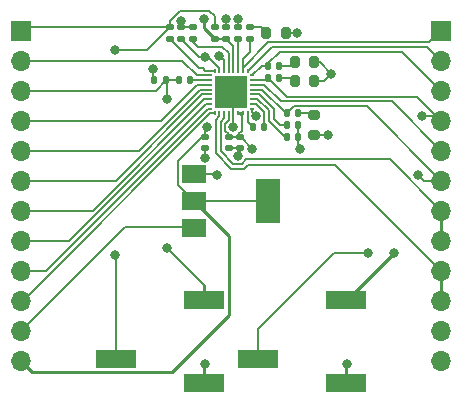
<source format=gbr>
%TF.GenerationSoftware,KiCad,Pcbnew,(6.0.0-0)*%
%TF.CreationDate,2022-08-17T21:30:04+02:00*%
%TF.ProjectId,wm8904_codec_breakout,776d3839-3034-45f6-936f-6465635f6272,rev?*%
%TF.SameCoordinates,Original*%
%TF.FileFunction,Copper,L1,Top*%
%TF.FilePolarity,Positive*%
%FSLAX46Y46*%
G04 Gerber Fmt 4.6, Leading zero omitted, Abs format (unit mm)*
G04 Created by KiCad (PCBNEW (6.0.0-0)) date 2022-08-17 21:30:04*
%MOMM*%
%LPD*%
G01*
G04 APERTURE LIST*
G04 Aperture macros list*
%AMRoundRect*
0 Rectangle with rounded corners*
0 $1 Rounding radius*
0 $2 $3 $4 $5 $6 $7 $8 $9 X,Y pos of 4 corners*
0 Add a 4 corners polygon primitive as box body*
4,1,4,$2,$3,$4,$5,$6,$7,$8,$9,$2,$3,0*
0 Add four circle primitives for the rounded corners*
1,1,$1+$1,$2,$3*
1,1,$1+$1,$4,$5*
1,1,$1+$1,$6,$7*
1,1,$1+$1,$8,$9*
0 Add four rect primitives between the rounded corners*
20,1,$1+$1,$2,$3,$4,$5,0*
20,1,$1+$1,$4,$5,$6,$7,0*
20,1,$1+$1,$6,$7,$8,$9,0*
20,1,$1+$1,$8,$9,$2,$3,0*%
G04 Aperture macros list end*
%TA.AperFunction,SMDPad,CuDef*%
%ADD10RoundRect,0.135000X-0.185000X0.135000X-0.185000X-0.135000X0.185000X-0.135000X0.185000X0.135000X0*%
%TD*%
%TA.AperFunction,SMDPad,CuDef*%
%ADD11RoundRect,0.140000X-0.140000X-0.170000X0.140000X-0.170000X0.140000X0.170000X-0.140000X0.170000X0*%
%TD*%
%TA.AperFunction,ComponentPad*%
%ADD12R,1.700000X1.700000*%
%TD*%
%TA.AperFunction,ComponentPad*%
%ADD13O,1.700000X1.700000*%
%TD*%
%TA.AperFunction,SMDPad,CuDef*%
%ADD14RoundRect,0.140000X0.170000X-0.140000X0.170000X0.140000X-0.170000X0.140000X-0.170000X-0.140000X0*%
%TD*%
%TA.AperFunction,SMDPad,CuDef*%
%ADD15RoundRect,0.135000X0.135000X0.185000X-0.135000X0.185000X-0.135000X-0.185000X0.135000X-0.185000X0*%
%TD*%
%TA.AperFunction,SMDPad,CuDef*%
%ADD16RoundRect,0.140000X0.140000X0.170000X-0.140000X0.170000X-0.140000X-0.170000X0.140000X-0.170000X0*%
%TD*%
%TA.AperFunction,SMDPad,CuDef*%
%ADD17R,3.500000X1.500000*%
%TD*%
%TA.AperFunction,SMDPad,CuDef*%
%ADD18RoundRect,0.140000X-0.170000X0.140000X-0.170000X-0.140000X0.170000X-0.140000X0.170000X0.140000X0*%
%TD*%
%TA.AperFunction,SMDPad,CuDef*%
%ADD19RoundRect,0.200000X-0.200000X-0.275000X0.200000X-0.275000X0.200000X0.275000X-0.200000X0.275000X0*%
%TD*%
%TA.AperFunction,SMDPad,CuDef*%
%ADD20O,0.200000X0.400000*%
%TD*%
%TA.AperFunction,SMDPad,CuDef*%
%ADD21O,0.400000X0.200000*%
%TD*%
%TA.AperFunction,SMDPad,CuDef*%
%ADD22R,2.700000X2.700000*%
%TD*%
%TA.AperFunction,SMDPad,CuDef*%
%ADD23R,2.000000X1.500000*%
%TD*%
%TA.AperFunction,SMDPad,CuDef*%
%ADD24R,2.000000X3.800000*%
%TD*%
%TA.AperFunction,SMDPad,CuDef*%
%ADD25RoundRect,0.200000X-0.275000X0.200000X-0.275000X-0.200000X0.275000X-0.200000X0.275000X0.200000X0*%
%TD*%
%TA.AperFunction,ViaPad*%
%ADD26C,0.800000*%
%TD*%
%TA.AperFunction,Conductor*%
%ADD27C,0.200000*%
%TD*%
%TA.AperFunction,Conductor*%
%ADD28C,0.250000*%
%TD*%
G04 APERTURE END LIST*
D10*
%TO.P,R205,1*%
%TO.N,IN2R*%
X148600000Y-67690000D03*
%TO.P,R205,2*%
%TO.N,/wm8904/MICBIAS*%
X148600000Y-68710000D03*
%TD*%
D11*
%TO.P,C208,1*%
%TO.N,HPOUTR*%
X153120000Y-72000000D03*
%TO.P,C208,2*%
%TO.N,Net-(C208-Pad2)*%
X154080000Y-72000000D03*
%TD*%
D12*
%TO.P,J101,1,Pin_1*%
%TO.N,IN2R*%
X132220000Y-67996000D03*
D13*
%TO.P,J101,2,Pin_2*%
%TO.N,IN1R{slash}DMICDAT2*%
X132220000Y-70536000D03*
%TO.P,J101,3,Pin_3*%
%TO.N,IN2L*%
X132220000Y-73076000D03*
%TO.P,J101,4,Pin_4*%
%TO.N,IN1L{slash}DMICDAT1*%
X132220000Y-75616000D03*
%TO.P,J101,5,Pin_5*%
%TO.N,MCLK*%
X132220000Y-78156000D03*
%TO.P,J101,6,Pin_6*%
%TO.N,BCLK{slash}GPIO4*%
X132220000Y-80696000D03*
%TO.P,J101,7,Pin_7*%
%TO.N,LRCLK*%
X132220000Y-83236000D03*
%TO.P,J101,8,Pin_8*%
%TO.N,ADCDAT*%
X132220000Y-85776000D03*
%TO.P,J101,9,Pin_9*%
%TO.N,DACDAT*%
X132220000Y-88316000D03*
%TO.P,J101,10,Pin_10*%
%TO.N,IRQ{slash}GPIO1*%
X132220000Y-90856000D03*
%TO.P,J101,11,Pin_11*%
%TO.N,VDD*%
X132220000Y-93396000D03*
%TO.P,J101,12,Pin_12*%
%TO.N,1V8*%
X132220000Y-95936000D03*
%TD*%
D14*
%TO.P,C202,1*%
%TO.N,GND*%
X147800000Y-77980000D03*
%TO.P,C202,2*%
%TO.N,1V8*%
X147800000Y-77020000D03*
%TD*%
D15*
%TO.P,R203,1*%
%TO.N,IN2L*%
X144510000Y-72200000D03*
%TO.P,R203,2*%
%TO.N,/wm8904/MICBIAS*%
X143490000Y-72200000D03*
%TD*%
D11*
%TO.P,C204,1*%
%TO.N,Net-(C204-Pad1)*%
X151870000Y-76200000D03*
%TO.P,C204,2*%
%TO.N,Net-(C204-Pad2)*%
X152830000Y-76200000D03*
%TD*%
D16*
%TO.P,C205,1*%
%TO.N,GND*%
X155680000Y-77000000D03*
%TO.P,C205,2*%
%TO.N,Net-(C205-Pad2)*%
X154720000Y-77000000D03*
%TD*%
D17*
%TO.P,J104,R*%
%TO.N,HPOUTR*%
X152250000Y-95800000D03*
%TO.P,J104,S*%
%TO.N,GND*%
X159750000Y-97800000D03*
%TO.P,J104,T*%
%TO.N,HPOUTL*%
X159750000Y-90800000D03*
%TD*%
D18*
%TO.P,C216,1*%
%TO.N,GND*%
X149600000Y-67720000D03*
%TO.P,C216,2*%
%TO.N,/wm8904/MICBIAS*%
X149600000Y-68680000D03*
%TD*%
%TO.P,C203,1*%
%TO.N,1V8*%
X150800000Y-77020000D03*
%TO.P,C203,2*%
%TO.N,GND*%
X150800000Y-77980000D03*
%TD*%
D19*
%TO.P,R202,1*%
%TO.N,Net-(C208-Pad2)*%
X155374792Y-72298290D03*
%TO.P,R202,2*%
%TO.N,GND*%
X157024792Y-72298290D03*
%TD*%
D18*
%TO.P,C214,1*%
%TO.N,GND*%
X146800000Y-67720000D03*
%TO.P,C214,2*%
%TO.N,Net-(C214-Pad2)*%
X146800000Y-68680000D03*
%TD*%
D14*
%TO.P,C201,1*%
%TO.N,GND*%
X149800000Y-77980000D03*
%TO.P,C201,2*%
%TO.N,1V8*%
X149800000Y-77020000D03*
%TD*%
D12*
%TO.P,J102,1,Pin_1*%
%TO.N,LINEOUTR*%
X167780000Y-67996000D03*
D13*
%TO.P,J102,2,Pin_2*%
%TO.N,LINEOUTFB*%
X167780000Y-70536000D03*
%TO.P,J102,3,Pin_3*%
%TO.N,LINEOUTL*%
X167780000Y-73076000D03*
%TO.P,J102,4,Pin_4*%
%TO.N,HPOUTR*%
X167780000Y-75616000D03*
%TO.P,J102,5,Pin_5*%
%TO.N,HPOUTFB*%
X167780000Y-78156000D03*
%TO.P,J102,6,Pin_6*%
%TO.N,HPOUTL*%
X167780000Y-80696000D03*
%TO.P,J102,7,Pin_7*%
%TO.N,SDA*%
X167780000Y-83236000D03*
%TO.P,J102,8,Pin_8*%
X167780000Y-85776000D03*
%TO.P,J102,9,Pin_9*%
%TO.N,SCLK*%
X167780000Y-88316000D03*
%TO.P,J102,10,Pin_10*%
X167780000Y-90856000D03*
%TO.P,J102,11,Pin_11*%
%TO.N,GND*%
X167780000Y-93396000D03*
%TO.P,J102,12,Pin_12*%
X167780000Y-95936000D03*
%TD*%
D20*
%TO.P,U201,1,IRQ/GPIO1*%
%TO.N,IRQ{slash}GPIO1*%
X148600000Y-75000000D03*
%TO.P,U201,2,SCLK*%
%TO.N,SCLK*%
X149000000Y-75000000D03*
%TO.P,U201,3,SDA*%
%TO.N,SDA*%
X149400000Y-75000000D03*
%TO.P,U201,4,DBVDD*%
%TO.N,1V8*%
X149800000Y-75000000D03*
%TO.P,U201,5,DGND*%
%TO.N,GND*%
X150200000Y-75000000D03*
%TO.P,U201,6,DCVDD*%
%TO.N,1V8*%
X150600000Y-75000000D03*
%TO.P,U201,7,CPVDD*%
X151000000Y-75000000D03*
%TO.P,U201,8,CPCA*%
%TO.N,Net-(C204-Pad1)*%
X151400000Y-75000000D03*
D21*
%TO.P,U201,9,CPGND*%
%TO.N,GND*%
X151800000Y-74600000D03*
%TO.P,U201,10,CPCB*%
%TO.N,Net-(C204-Pad2)*%
X151800000Y-74200000D03*
%TO.P,U201,11,CPVOUTP*%
%TO.N,Net-(C205-Pad2)*%
X151800000Y-73800000D03*
%TO.P,U201,12,CPVOUTN*%
%TO.N,Net-(C206-Pad2)*%
X151800000Y-73400000D03*
%TO.P,U201,13,HPOUTL*%
%TO.N,HPOUTL*%
X151800000Y-73000000D03*
%TO.P,U201,14,HPOUTFB*%
%TO.N,HPOUTFB*%
X151800000Y-72600000D03*
%TO.P,U201,15,HPOUTR*%
%TO.N,HPOUTR*%
X151800000Y-72200000D03*
%TO.P,U201,16,LINEOUTL*%
%TO.N,LINEOUTL*%
X151800000Y-71800000D03*
D20*
%TO.P,U201,17,LINEOUTFB*%
%TO.N,LINEOUTFB*%
X151400000Y-71400000D03*
%TO.P,U201,18,LINEOUTR*%
%TO.N,LINEOUTR*%
X151000000Y-71400000D03*
%TO.P,U201,19,MICVDD*%
%TO.N,/wm8904/MICVDD*%
X150600000Y-71400000D03*
%TO.P,U201,20,MICBIAS*%
%TO.N,/wm8904/MICBIAS*%
X150200000Y-71400000D03*
%TO.P,U201,21,VMIDC*%
%TO.N,Net-(C214-Pad2)*%
X149800000Y-71400000D03*
%TO.P,U201,22,AGND*%
%TO.N,GND*%
X149400000Y-71400000D03*
%TO.P,U201,23,AVDD*%
%TO.N,1V8*%
X149000000Y-71400000D03*
%TO.P,U201,24,INR2*%
%TO.N,Net-(C211-Pad2)*%
X148600000Y-71400000D03*
D21*
%TO.P,U201,25,IN1R/DMICDAT2*%
%TO.N,IN1R{slash}DMICDAT2*%
X148200000Y-71800000D03*
%TO.P,U201,26,IN2L*%
%TO.N,Net-(C209-Pad2)*%
X148200000Y-72200000D03*
%TO.P,U201,27,IN1L/DMICDAT1*%
%TO.N,IN1L{slash}DMICDAT1*%
X148200000Y-72600000D03*
%TO.P,U201,28,MCLK*%
%TO.N,MCLK*%
X148200000Y-73000000D03*
%TO.P,U201,29,BCLK/GPIO4*%
%TO.N,BCLK{slash}GPIO4*%
X148200000Y-73400000D03*
%TO.P,U201,30,LRCLK*%
%TO.N,LRCLK*%
X148200000Y-73800000D03*
%TO.P,U201,31,ADCDAT*%
%TO.N,ADCDAT*%
X148200000Y-74200000D03*
%TO.P,U201,32,DACDAT*%
%TO.N,DACDAT*%
X148200000Y-74600000D03*
D22*
%TO.P,U201,33,GND*%
%TO.N,GND*%
X150000000Y-73200000D03*
%TD*%
D11*
%TO.P,C207,1*%
%TO.N,HPOUTL*%
X154720000Y-75000000D03*
%TO.P,C207,2*%
%TO.N,Net-(C207-Pad2)*%
X155680000Y-75000000D03*
%TD*%
D23*
%TO.P,U101,1,GND*%
%TO.N,GND*%
X146850000Y-80100000D03*
%TO.P,U101,2,VO*%
%TO.N,1V8*%
X146850000Y-82400000D03*
D24*
X153150000Y-82400000D03*
D23*
%TO.P,U101,3,VI*%
%TO.N,VDD*%
X146850000Y-84700000D03*
%TD*%
D18*
%TO.P,C211,1*%
%TO.N,IN2R*%
X144800000Y-67720000D03*
%TO.P,C211,2*%
%TO.N,Net-(C211-Pad2)*%
X144800000Y-68680000D03*
%TD*%
D11*
%TO.P,C209,1*%
%TO.N,IN2L*%
X145600000Y-72200000D03*
%TO.P,C209,2*%
%TO.N,Net-(C209-Pad2)*%
X146560000Y-72200000D03*
%TD*%
D19*
%TO.P,R206,1*%
%TO.N,Net-(C213-Pad2)*%
X153000000Y-68200000D03*
%TO.P,R206,2*%
%TO.N,GND*%
X154650000Y-68200000D03*
%TD*%
D18*
%TO.P,C215,1*%
%TO.N,GND*%
X150600000Y-67720000D03*
%TO.P,C215,2*%
%TO.N,/wm8904/MICVDD*%
X150600000Y-68680000D03*
%TD*%
%TO.P,C212,1*%
%TO.N,GND*%
X145800000Y-67720000D03*
%TO.P,C212,2*%
%TO.N,1V8*%
X145800000Y-68680000D03*
%TD*%
D25*
%TO.P,R201,1*%
%TO.N,Net-(C207-Pad2)*%
X157000000Y-75175000D03*
%TO.P,R201,2*%
%TO.N,GND*%
X157000000Y-76825000D03*
%TD*%
D17*
%TO.P,J103,R*%
%TO.N,IN2R*%
X140250000Y-95800000D03*
%TO.P,J103,S*%
%TO.N,GND*%
X147750000Y-97800000D03*
%TO.P,J103,T*%
%TO.N,IN2L*%
X147750000Y-90800000D03*
%TD*%
D19*
%TO.P,R204,1*%
%TO.N,Net-(C210-Pad2)*%
X155374792Y-70698290D03*
%TO.P,R204,2*%
%TO.N,GND*%
X157024792Y-70698290D03*
%TD*%
D16*
%TO.P,C206,1*%
%TO.N,GND*%
X155680000Y-76000000D03*
%TO.P,C206,2*%
%TO.N,Net-(C206-Pad2)*%
X154720000Y-76000000D03*
%TD*%
D11*
%TO.P,C210,1*%
%TO.N,LINEOUTL*%
X153120000Y-71000000D03*
%TO.P,C210,2*%
%TO.N,Net-(C210-Pad2)*%
X154080000Y-71000000D03*
%TD*%
D14*
%TO.P,C213,1*%
%TO.N,LINEOUTR*%
X151625000Y-68680000D03*
%TO.P,C213,2*%
%TO.N,Net-(C213-Pad2)*%
X151625000Y-67720000D03*
%TD*%
D26*
%TO.N,GND*%
X150206939Y-76179485D03*
X152099500Y-75214997D03*
X150600000Y-67000000D03*
X158200000Y-76800000D03*
X147800000Y-78800000D03*
X147800000Y-96200000D03*
X149021201Y-70136395D03*
X149600000Y-67000000D03*
X159800000Y-96200000D03*
X150600000Y-78600000D03*
X145800000Y-67200000D03*
X155800000Y-78000000D03*
X155600000Y-68200000D03*
X158500000Y-71700000D03*
X148800000Y-80200000D03*
%TO.N,/wm8904/MICBIAS*%
X143400000Y-71235500D03*
X147709500Y-67000000D03*
%TO.N,1V8*%
X147800000Y-70200000D03*
X151800000Y-78000000D03*
X148000000Y-76200000D03*
%TO.N,HPOUTL*%
X165800000Y-80200000D03*
X163800000Y-86800000D03*
%TO.N,HPOUTR*%
X166200000Y-75200000D03*
X161600000Y-86800000D03*
%TO.N,IN2L*%
X144600000Y-73800000D03*
X144600000Y-86400000D03*
%TO.N,IN2R*%
X140200000Y-87000000D03*
X140200000Y-69600000D03*
%TD*%
D27*
%TO.N,Net-(C204-Pad1)*%
X151400000Y-75730000D02*
X151870000Y-76200000D01*
X151400000Y-75000000D02*
X151400000Y-75730000D01*
%TO.N,Net-(C204-Pad2)*%
X152800489Y-74926727D02*
X152800489Y-76170489D01*
X151800000Y-74200000D02*
X152073762Y-74200000D01*
X152800489Y-76170489D02*
X152830000Y-76200000D01*
X152073762Y-74200000D02*
X152800489Y-74926727D01*
%TO.N,GND*%
X155680000Y-76000000D02*
X155680000Y-77000000D01*
X155680000Y-77880000D02*
X155800000Y-78000000D01*
D28*
X147750000Y-96250000D02*
X147800000Y-96200000D01*
D27*
X149400000Y-71400000D02*
X149400000Y-70399206D01*
X150200000Y-73400000D02*
X150000000Y-73200000D01*
X154650000Y-68200000D02*
X155600000Y-68200000D01*
X150800000Y-78400000D02*
X150600000Y-78600000D01*
X149284012Y-70399206D02*
X149021201Y-70136395D01*
X151800000Y-74915497D02*
X152099500Y-75214997D01*
X147800000Y-77980000D02*
X147800000Y-78800000D01*
D28*
X159750000Y-96250000D02*
X159800000Y-96200000D01*
D27*
X157000000Y-76825000D02*
X158175000Y-76825000D01*
X150600000Y-67720000D02*
X150600000Y-67000000D01*
X157498290Y-70698290D02*
X158500000Y-71700000D01*
X150800000Y-77980000D02*
X150800000Y-78400000D01*
X150200000Y-75000000D02*
X150200000Y-76172546D01*
X157024792Y-70698290D02*
X157498290Y-70698290D01*
X145800000Y-67720000D02*
X145800000Y-67200000D01*
X155680000Y-77000000D02*
X155680000Y-77880000D01*
X149600000Y-67720000D02*
X149600000Y-67000000D01*
X149400000Y-70399206D02*
X149390775Y-70389981D01*
X149800000Y-77980000D02*
X150800000Y-77980000D01*
D28*
X159750000Y-97900000D02*
X159750000Y-96250000D01*
D27*
X145800000Y-67720000D02*
X146800000Y-67720000D01*
X158175000Y-76825000D02*
X158200000Y-76800000D01*
X148700000Y-80100000D02*
X148800000Y-80200000D01*
X150200000Y-75000000D02*
X150200000Y-73400000D01*
X146850000Y-80100000D02*
X148700000Y-80100000D01*
X149400000Y-70399206D02*
X149284012Y-70399206D01*
X157024792Y-72298290D02*
X157901710Y-72298290D01*
D28*
X147750000Y-97900000D02*
X147750000Y-96250000D01*
D27*
X157901710Y-72298290D02*
X158500000Y-71700000D01*
X150200000Y-76172546D02*
X150206939Y-76179485D01*
X151800000Y-74600000D02*
X151800000Y-74915497D01*
%TO.N,Net-(C205-Pad2)*%
X153200000Y-74761244D02*
X153200000Y-75638425D01*
X151800000Y-73800000D02*
X152238756Y-73800000D01*
X153200000Y-75638425D02*
X154561575Y-77000000D01*
X152238756Y-73800000D02*
X153200000Y-74761244D01*
X154561575Y-77000000D02*
X154720000Y-77000000D01*
%TO.N,Net-(C206-Pad2)*%
X151800000Y-73400000D02*
X152403762Y-73400000D01*
X152403762Y-73400000D02*
X153600000Y-74596238D01*
X154126569Y-76000000D02*
X154720000Y-76000000D01*
X153600000Y-74596238D02*
X153600000Y-75473431D01*
X153600000Y-75473431D02*
X154126569Y-76000000D01*
%TO.N,/wm8904/MICBIAS*%
X143400000Y-72110000D02*
X143400000Y-71235500D01*
D28*
X148600000Y-68710000D02*
X147709500Y-67819500D01*
X147709500Y-67819500D02*
X147709500Y-67000000D01*
D27*
X149600000Y-68680000D02*
X150200000Y-69280000D01*
X149570000Y-68710000D02*
X149600000Y-68680000D01*
X143490000Y-72200000D02*
X143400000Y-72110000D01*
X150200000Y-69280000D02*
X150200000Y-71400000D01*
X148600000Y-68710000D02*
X149570000Y-68710000D01*
%TO.N,Net-(C214-Pad2)*%
X149800000Y-69925949D02*
X149274051Y-69400000D01*
X149800000Y-71400000D02*
X149800000Y-69925949D01*
X146800000Y-69000000D02*
X146800000Y-68680000D01*
X147200000Y-69400000D02*
X146800000Y-69000000D01*
X149274051Y-69400000D02*
X147200000Y-69400000D01*
%TO.N,Net-(C211-Pad2)*%
X147320000Y-71200000D02*
X144800000Y-68680000D01*
X148600000Y-71400000D02*
X147800000Y-71400000D01*
X147600000Y-71200000D02*
X147320000Y-71200000D01*
X147800000Y-71400000D02*
X147600000Y-71200000D01*
%TO.N,Net-(C207-Pad2)*%
X155680000Y-75000000D02*
X156825000Y-75000000D01*
X156825000Y-75000000D02*
X157000000Y-75175000D01*
%TO.N,/wm8904/MICVDD*%
X150600000Y-71400000D02*
X150600000Y-68680000D01*
%TO.N,1V8*%
X149800000Y-75000000D02*
X149800000Y-75597179D01*
X150700000Y-75000000D02*
X150906440Y-75206440D01*
X147800000Y-70200000D02*
X148065006Y-70200000D01*
X149800000Y-76761791D02*
X149800000Y-77020000D01*
X146850000Y-82400000D02*
X153150000Y-82400000D01*
X150600000Y-75000000D02*
X151000000Y-75000000D01*
X145550489Y-79050489D02*
X145550489Y-81100489D01*
X150600000Y-76775669D02*
X150600000Y-76820000D01*
X147320000Y-70200000D02*
X147800000Y-70200000D01*
X147800000Y-76400000D02*
X148000000Y-76200000D01*
X150906440Y-76469229D02*
X150600000Y-76775669D01*
D28*
X133158511Y-96874511D02*
X145024511Y-96874511D01*
D27*
X150800000Y-77020000D02*
X150820000Y-77020000D01*
X145550489Y-81100489D02*
X146850000Y-82400000D01*
X148065006Y-70200000D02*
X149000000Y-71134994D01*
X149800000Y-77020000D02*
X150800000Y-77020000D01*
D28*
X149824511Y-92074511D02*
X149824511Y-85374511D01*
X132220000Y-95936000D02*
X133158511Y-96874511D01*
D27*
X149507438Y-75889741D02*
X149507438Y-76469229D01*
X149507438Y-76469229D02*
X149800000Y-76761791D01*
X150600000Y-75000000D02*
X150700000Y-75000000D01*
X147800000Y-77020000D02*
X147800000Y-76400000D01*
X145800000Y-68680000D02*
X147320000Y-70200000D01*
X147580978Y-77020000D02*
X145550489Y-79050489D01*
X150600000Y-76820000D02*
X150800000Y-77020000D01*
X150820000Y-77020000D02*
X151800000Y-78000000D01*
X149000000Y-71134994D02*
X149000000Y-71400000D01*
D28*
X145024511Y-96874511D02*
X149824511Y-92074511D01*
X149824511Y-85374511D02*
X146850000Y-82400000D01*
D27*
X150906440Y-75206440D02*
X150906440Y-76469229D01*
X147800000Y-77020000D02*
X147580978Y-77020000D01*
X149800000Y-75597179D02*
X149507438Y-75889741D01*
%TO.N,HPOUTL*%
X151800000Y-73000000D02*
X152623431Y-73000000D01*
X161474480Y-74390480D02*
X167780000Y-80696000D01*
X152623431Y-73000000D02*
X154623431Y-75000000D01*
D28*
X159750000Y-90800000D02*
X159800000Y-90800000D01*
D27*
X155329520Y-74390480D02*
X161474480Y-74390480D01*
X166296000Y-80696000D02*
X167780000Y-80696000D01*
X154720000Y-75000000D02*
X155329520Y-74390480D01*
D28*
X159800000Y-90800000D02*
X163800000Y-86800000D01*
D27*
X165800000Y-80200000D02*
X166296000Y-80696000D01*
X154623431Y-75000000D02*
X154720000Y-75000000D01*
%TO.N,HPOUTR*%
X154711458Y-73591458D02*
X165755458Y-73591458D01*
X151800000Y-72200000D02*
X152920000Y-72200000D01*
X158709677Y-86800000D02*
X161600000Y-86800000D01*
X152920000Y-72200000D02*
X153120000Y-72000000D01*
X166200000Y-75200000D02*
X167364000Y-75200000D01*
X165755458Y-73591458D02*
X167780000Y-75616000D01*
X152250000Y-95900000D02*
X152250000Y-93259677D01*
X152250000Y-93259677D02*
X158709677Y-86800000D01*
X167364000Y-75200000D02*
X167780000Y-75616000D01*
X153120000Y-72000000D02*
X154711458Y-73591458D01*
D28*
%TO.N,IN2L*%
X147750000Y-89550000D02*
X147750000Y-90800000D01*
D27*
X143634000Y-73076000D02*
X144510000Y-72200000D01*
X132220000Y-73076000D02*
X143634000Y-73076000D01*
X144600000Y-73800000D02*
X144600000Y-72290000D01*
X147700000Y-89500000D02*
X144600000Y-86400000D01*
X144600000Y-72290000D02*
X144510000Y-72200000D01*
D28*
X147700000Y-89500000D02*
X147750000Y-89550000D01*
D27*
X144510000Y-72200000D02*
X145600000Y-72200000D01*
%TO.N,LINEOUTL*%
X154114148Y-69773541D02*
X164477541Y-69773541D01*
X164477541Y-69773541D02*
X167780000Y-73076000D01*
X153120000Y-71000000D02*
X153120000Y-70767689D01*
X152600000Y-71000000D02*
X151800000Y-71800000D01*
X153120000Y-71000000D02*
X152600000Y-71000000D01*
X153120000Y-70767689D02*
X154114148Y-69773541D01*
%TO.N,IN2R*%
X132220000Y-67996000D02*
X132516000Y-67700000D01*
X140200000Y-69600000D02*
X142920000Y-69600000D01*
X144800000Y-67210755D02*
X145710256Y-66300499D01*
X132516000Y-67700000D02*
X144780000Y-67700000D01*
X140250000Y-95900000D02*
X140250000Y-87050000D01*
X144780000Y-67700000D02*
X144800000Y-67720000D01*
X140250000Y-87050000D02*
X140200000Y-87000000D01*
X145710256Y-66300499D02*
X148100499Y-66300499D01*
X142920000Y-69600000D02*
X144800000Y-67720000D01*
X148100499Y-66300499D02*
X148600000Y-66800000D01*
X144800000Y-67720000D02*
X144800000Y-67210755D01*
X148600000Y-66800000D02*
X148600000Y-67690000D01*
%TO.N,LINEOUTR*%
X153160474Y-68974520D02*
X166801480Y-68974520D01*
X151000000Y-70400000D02*
X151000000Y-71400000D01*
X166801480Y-68974520D02*
X167780000Y-67996000D01*
X151000000Y-71400000D02*
X151000000Y-71134994D01*
X151000000Y-71134994D02*
X153160474Y-68974520D01*
X151625000Y-69775000D02*
X151000000Y-70400000D01*
X151625000Y-68680000D02*
X151625000Y-69775000D01*
%TO.N,IN1R{slash}DMICDAT2*%
X145827575Y-70536000D02*
X132220000Y-70536000D01*
X147091575Y-71800000D02*
X145827575Y-70536000D01*
X148200000Y-71800000D02*
X147091575Y-71800000D01*
%TO.N,IN1L{slash}DMICDAT1*%
X147091575Y-72600000D02*
X144075575Y-75616000D01*
X144075575Y-75616000D02*
X132220000Y-75616000D01*
X148200000Y-72600000D02*
X147091575Y-72600000D01*
%TO.N,MCLK*%
X147385787Y-73000000D02*
X148200000Y-73000000D01*
X132220000Y-78156000D02*
X142229787Y-78156000D01*
X142229787Y-78156000D02*
X147385787Y-73000000D01*
%TO.N,BCLK{slash}GPIO4*%
X140254785Y-80696000D02*
X132220000Y-80696000D01*
X148200000Y-73400000D02*
X147550785Y-73400000D01*
X147550785Y-73400000D02*
X140254785Y-80696000D01*
%TO.N,LRCLK*%
X148200000Y-73800000D02*
X147715778Y-73800000D01*
X147715778Y-73800000D02*
X138279778Y-83236000D01*
X138279778Y-83236000D02*
X132220000Y-83236000D01*
%TO.N,ADCDAT*%
X148200000Y-74200000D02*
X147880771Y-74200000D01*
X147880771Y-74200000D02*
X136304771Y-85776000D01*
X136304771Y-85776000D02*
X132220000Y-85776000D01*
%TO.N,Net-(C208-Pad2)*%
X154080000Y-72000000D02*
X155076502Y-72000000D01*
X155076502Y-72000000D02*
X155374792Y-72298290D01*
%TO.N,DACDAT*%
X148045761Y-74600000D02*
X134329761Y-88316000D01*
X148200000Y-74600000D02*
X148045761Y-74600000D01*
X134329761Y-88316000D02*
X132220000Y-88316000D01*
%TO.N,Net-(C209-Pad2)*%
X146560000Y-72200000D02*
X148200000Y-72200000D01*
%TO.N,Net-(C210-Pad2)*%
X155073082Y-71000000D02*
X155374792Y-70698290D01*
X154080000Y-71000000D02*
X155073082Y-71000000D01*
%TO.N,IRQ{slash}GPIO1*%
X148210755Y-75000000D02*
X132354755Y-90856000D01*
X132354755Y-90856000D02*
X132220000Y-90856000D01*
X148600000Y-75000000D02*
X148210755Y-75000000D01*
%TO.N,Net-(C213-Pad2)*%
X152520000Y-67720000D02*
X153000000Y-68200000D01*
X151625000Y-67720000D02*
X152520000Y-67720000D01*
%TO.N,VDD*%
X141016000Y-84600000D02*
X146750000Y-84600000D01*
X132220000Y-93396000D02*
X141016000Y-84600000D01*
X146750000Y-84600000D02*
X146850000Y-84700000D01*
%TO.N,LINEOUTFB*%
X153425970Y-69374030D02*
X151400000Y-71400000D01*
X166618030Y-69374030D02*
X153425970Y-69374030D01*
X167780000Y-70536000D02*
X166618030Y-69374030D01*
%TO.N,HPOUTFB*%
X154190970Y-73990970D02*
X163614970Y-73990970D01*
X163614970Y-73990970D02*
X167780000Y-78156000D01*
X151800000Y-72600000D02*
X152800000Y-72600000D01*
X152800000Y-72600000D02*
X154190970Y-73990970D01*
%TO.N,SDA*%
X163433744Y-78889744D02*
X151299501Y-78889744D01*
D28*
X167780000Y-83236000D02*
X167780000Y-85776000D01*
D27*
X151299501Y-78889744D02*
X150889744Y-79299501D01*
X149400000Y-75432185D02*
X149400000Y-75000000D01*
X149107928Y-78219503D02*
X149107928Y-75724257D01*
X149107928Y-75724257D02*
X149400000Y-75432185D01*
X150889744Y-79299501D02*
X150187926Y-79299501D01*
X150187926Y-79299501D02*
X149107928Y-78219503D01*
X167780000Y-83236000D02*
X163433744Y-78889744D01*
%TO.N,SCLK*%
X149000000Y-75000000D02*
X149000000Y-75267192D01*
X150022442Y-79699011D02*
X151055228Y-79699011D01*
X158814489Y-79350489D02*
X167780000Y-88316000D01*
X149000000Y-75267192D02*
X148708417Y-75558775D01*
X148708417Y-78384986D02*
X150022442Y-79699011D01*
X151403750Y-79350489D02*
X158814489Y-79350489D01*
D28*
X167780000Y-88316000D02*
X167780000Y-90856000D01*
D27*
X151055228Y-79699011D02*
X151403750Y-79350489D01*
X148708417Y-75558775D02*
X148708417Y-78384986D01*
%TD*%
M02*

</source>
